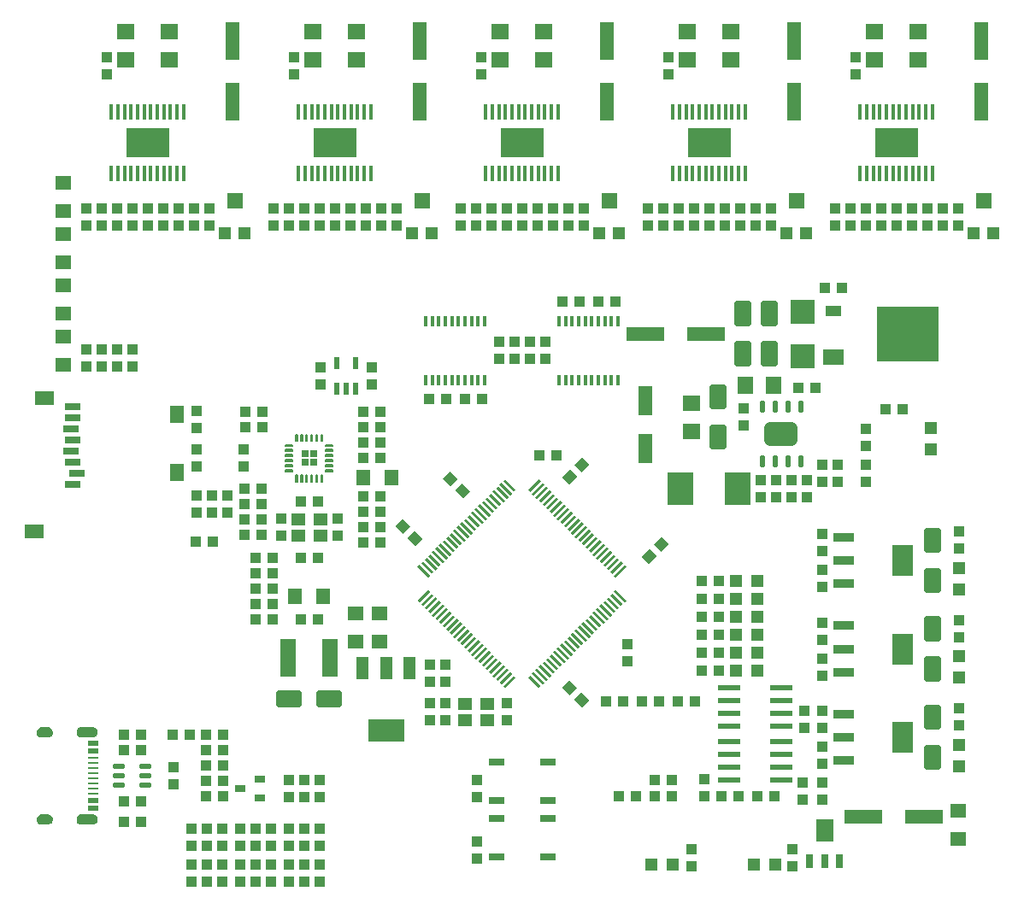
<source format=gbr>
G04 EAGLE Gerber RS-274X export*
G75*
%MOMM*%
%FSLAX34Y34*%
%LPD*%
%INGPT*%
%IPPOS*%
%AMOC8*
5,1,8,0,0,1.08239X$1,22.5*%
G01*
%ADD10R,2.095500X1.524000*%
%ADD11R,0.270000X1.500000*%
%ADD12R,1.500000X0.270000*%
%ADD13R,1.400000X1.200000*%
%ADD14R,1.000000X1.100000*%
%ADD15R,1.100000X1.000000*%
%ADD16R,1.600000X1.400000*%
%ADD17R,1.524000X0.762000*%
%ADD18R,1.200000X1.200000*%
%ADD19R,0.426000X1.650000*%
%ADD20R,4.320000X3.000000*%
%ADD21R,1.800000X1.600000*%
%ADD22R,0.304800X0.990600*%
%ADD23C,0.140000*%
%ADD24R,0.650000X0.650000*%
%ADD25R,1.400000X1.600000*%
%ADD26R,0.550000X1.200000*%
%ADD27R,1.219200X2.235200*%
%ADD28R,3.600000X2.200000*%
%ADD29R,3.800000X1.400000*%
%ADD30R,2.150000X0.950000*%
%ADD31R,2.150000X3.150000*%
%ADD32C,0.510000*%
%ADD33R,1.400000X3.800000*%
%ADD34R,1.400000X1.800000*%
%ADD35R,1.900000X1.400000*%
%ADD36R,1.500000X0.800000*%
%ADD37R,2.200000X0.600000*%
%ADD38R,0.800000X1.400000*%
%ADD39R,1.800000X2.200000*%
%ADD40R,6.200000X5.400000*%
%ADD41R,1.600000X1.000000*%
%ADD42R,2.400000X2.400000*%
%ADD43R,1.400000X3.000000*%
%ADD44R,1.000000X0.280000*%
%ADD45R,1.000000X0.560000*%
%ADD46C,0.363000*%
%ADD47R,1.016000X0.635000*%
%ADD48R,1.600000X1.500000*%
%ADD49R,1.500000X3.700000*%
%ADD50R,1.600000X1.800000*%
%ADD51C,0.250000*%
%ADD52C,1.200000*%
%ADD53R,2.500000X3.200000*%

G36*
X-424835Y-363206D02*
X-424835Y-363206D01*
X-424832Y-363209D01*
X-423737Y-363029D01*
X-423731Y-363023D01*
X-423726Y-363026D01*
X-422698Y-362607D01*
X-422694Y-362600D01*
X-422689Y-362602D01*
X-421780Y-361965D01*
X-421778Y-361957D01*
X-421772Y-361957D01*
X-421028Y-361134D01*
X-421027Y-361126D01*
X-421021Y-361125D01*
X-420479Y-360157D01*
X-420480Y-360148D01*
X-420474Y-360146D01*
X-420161Y-359082D01*
X-420164Y-359074D01*
X-420159Y-359071D01*
X-420091Y-357963D01*
X-420095Y-357957D01*
X-420091Y-357953D01*
X-420261Y-356845D01*
X-420267Y-356839D01*
X-420264Y-356834D01*
X-420676Y-355792D01*
X-420683Y-355788D01*
X-420681Y-355783D01*
X-421315Y-354858D01*
X-421323Y-354856D01*
X-421322Y-354850D01*
X-422146Y-354090D01*
X-422154Y-354089D01*
X-422154Y-354083D01*
X-423126Y-353526D01*
X-423134Y-353527D01*
X-423136Y-353521D01*
X-424208Y-353194D01*
X-424216Y-353197D01*
X-424219Y-353192D01*
X-425336Y-353111D01*
X-425339Y-353112D01*
X-425340Y-353111D01*
X-437340Y-353111D01*
X-437343Y-353113D01*
X-437350Y-353113D01*
X-437351Y-353112D01*
X-438295Y-353331D01*
X-438301Y-353337D01*
X-438306Y-353335D01*
X-439178Y-353759D01*
X-439181Y-353766D01*
X-439187Y-353764D01*
X-439943Y-354371D01*
X-439945Y-354379D01*
X-439951Y-354379D01*
X-440552Y-355139D01*
X-440552Y-355148D01*
X-440558Y-355149D01*
X-440976Y-356024D01*
X-440974Y-356032D01*
X-440979Y-356034D01*
X-441192Y-356980D01*
X-441188Y-356987D01*
X-441193Y-356991D01*
X-441189Y-357960D01*
X-441189Y-357961D01*
X-441170Y-359029D01*
X-441165Y-359036D01*
X-441169Y-359040D01*
X-440913Y-360077D01*
X-440906Y-360082D01*
X-440909Y-360088D01*
X-440428Y-361042D01*
X-440421Y-361046D01*
X-440422Y-361051D01*
X-439741Y-361875D01*
X-439733Y-361876D01*
X-439733Y-361882D01*
X-438886Y-362533D01*
X-438878Y-362533D01*
X-438877Y-362539D01*
X-437906Y-362986D01*
X-437898Y-362984D01*
X-437896Y-362989D01*
X-436850Y-363208D01*
X-436843Y-363205D01*
X-436840Y-363209D01*
X-424840Y-363209D01*
X-424835Y-363206D01*
G37*
G36*
X-424835Y-276805D02*
X-424835Y-276805D01*
X-424832Y-276809D01*
X-423726Y-276616D01*
X-423721Y-276611D01*
X-423721Y-276610D01*
X-423716Y-276613D01*
X-422681Y-276180D01*
X-422677Y-276173D01*
X-422672Y-276175D01*
X-421759Y-275522D01*
X-421757Y-275514D01*
X-421751Y-275515D01*
X-421007Y-274676D01*
X-421006Y-274667D01*
X-421001Y-274667D01*
X-420462Y-273683D01*
X-420463Y-273675D01*
X-420462Y-273674D01*
X-420458Y-273673D01*
X-420457Y-273671D01*
X-420275Y-273030D01*
X-420151Y-272594D01*
X-420153Y-272589D01*
X-420151Y-272587D01*
X-420153Y-272585D01*
X-420149Y-272583D01*
X-420091Y-271463D01*
X-420094Y-271458D01*
X-420091Y-271455D01*
X-420209Y-270409D01*
X-420215Y-270403D01*
X-420211Y-270398D01*
X-420559Y-269404D01*
X-420566Y-269400D01*
X-420564Y-269395D01*
X-421124Y-268503D01*
X-421131Y-268501D01*
X-421131Y-268495D01*
X-421875Y-267751D01*
X-421883Y-267749D01*
X-421883Y-267744D01*
X-422775Y-267184D01*
X-422783Y-267184D01*
X-422784Y-267179D01*
X-423778Y-266831D01*
X-423786Y-266834D01*
X-423789Y-266829D01*
X-424835Y-266711D01*
X-424838Y-266713D01*
X-424840Y-266711D01*
X-436840Y-266711D01*
X-436843Y-266713D01*
X-436846Y-266713D01*
X-436848Y-266711D01*
X-437844Y-266869D01*
X-437850Y-266875D01*
X-437855Y-266872D01*
X-438791Y-267247D01*
X-438795Y-267254D01*
X-438801Y-267252D01*
X-439630Y-267826D01*
X-439633Y-267834D01*
X-439638Y-267833D01*
X-440319Y-268577D01*
X-440320Y-268586D01*
X-440326Y-268586D01*
X-440824Y-269463D01*
X-440823Y-269472D01*
X-440828Y-269474D01*
X-441016Y-270098D01*
X-441119Y-270439D01*
X-441118Y-270442D01*
X-441119Y-270443D01*
X-441116Y-270447D01*
X-441121Y-270450D01*
X-441189Y-271457D01*
X-441188Y-271459D01*
X-441189Y-271460D01*
X-441180Y-272541D01*
X-441175Y-272548D01*
X-441179Y-272552D01*
X-440930Y-273604D01*
X-440923Y-273609D01*
X-440926Y-273614D01*
X-440449Y-274584D01*
X-440441Y-274587D01*
X-440443Y-274593D01*
X-439762Y-275432D01*
X-439754Y-275434D01*
X-439754Y-275440D01*
X-438904Y-276106D01*
X-438895Y-276107D01*
X-438894Y-276112D01*
X-437917Y-276573D01*
X-437909Y-276571D01*
X-437906Y-276577D01*
X-436851Y-276808D01*
X-436843Y-276805D01*
X-436840Y-276809D01*
X-424840Y-276809D01*
X-424835Y-276805D01*
G37*
G36*
X-469636Y-363206D02*
X-469636Y-363206D01*
X-469634Y-363209D01*
X-468501Y-363059D01*
X-468495Y-363053D01*
X-468490Y-363056D01*
X-467420Y-362658D01*
X-467416Y-362651D01*
X-467410Y-362653D01*
X-466455Y-362026D01*
X-466452Y-362018D01*
X-466447Y-362019D01*
X-465655Y-361196D01*
X-465654Y-361188D01*
X-465648Y-361187D01*
X-465059Y-360208D01*
X-465060Y-360200D01*
X-465055Y-360198D01*
X-464699Y-359113D01*
X-464702Y-359105D01*
X-464697Y-359102D01*
X-464591Y-357965D01*
X-464596Y-357956D01*
X-464592Y-357951D01*
X-464799Y-356814D01*
X-464805Y-356808D01*
X-464802Y-356803D01*
X-465257Y-355741D01*
X-465264Y-355737D01*
X-465262Y-355731D01*
X-465942Y-354796D01*
X-465950Y-354794D01*
X-465949Y-354788D01*
X-466820Y-354028D01*
X-466828Y-354028D01*
X-466829Y-354022D01*
X-467848Y-353475D01*
X-467856Y-353476D01*
X-467858Y-353471D01*
X-468972Y-353164D01*
X-468980Y-353167D01*
X-468983Y-353162D01*
X-470138Y-353111D01*
X-470139Y-353112D01*
X-470140Y-353111D01*
X-476140Y-353111D01*
X-476143Y-353113D01*
X-476148Y-353113D01*
X-476149Y-353112D01*
X-477230Y-353324D01*
X-477235Y-353330D01*
X-477240Y-353327D01*
X-478246Y-353774D01*
X-478250Y-353781D01*
X-478256Y-353779D01*
X-479137Y-354439D01*
X-479140Y-354447D01*
X-479145Y-354447D01*
X-479858Y-355286D01*
X-479858Y-355294D01*
X-479864Y-355295D01*
X-480372Y-356272D01*
X-480371Y-356280D01*
X-480376Y-356282D01*
X-480654Y-357347D01*
X-480651Y-357355D01*
X-480655Y-357358D01*
X-480689Y-358459D01*
X-480686Y-358464D01*
X-480689Y-358467D01*
X-480534Y-359543D01*
X-480528Y-359548D01*
X-480531Y-359553D01*
X-480141Y-360567D01*
X-480134Y-360571D01*
X-480136Y-360577D01*
X-479529Y-361479D01*
X-479521Y-361481D01*
X-479522Y-361487D01*
X-478730Y-362231D01*
X-478722Y-362232D01*
X-478722Y-362238D01*
X-477784Y-362787D01*
X-477776Y-362786D01*
X-477774Y-362792D01*
X-476738Y-363119D01*
X-476730Y-363116D01*
X-476727Y-363121D01*
X-475644Y-363209D01*
X-475641Y-363207D01*
X-475640Y-363209D01*
X-469640Y-363209D01*
X-469636Y-363206D01*
G37*
G36*
X-469637Y-276807D02*
X-469637Y-276807D01*
X-469636Y-276809D01*
X-468543Y-276708D01*
X-468537Y-276703D01*
X-468532Y-276706D01*
X-467489Y-276365D01*
X-467484Y-276358D01*
X-467479Y-276360D01*
X-466538Y-275796D01*
X-466535Y-275788D01*
X-466529Y-275789D01*
X-465737Y-275029D01*
X-465736Y-275021D01*
X-465730Y-275020D01*
X-465128Y-274103D01*
X-465128Y-274095D01*
X-465123Y-274093D01*
X-464739Y-273065D01*
X-464741Y-273057D01*
X-464736Y-273054D01*
X-464591Y-271967D01*
X-464595Y-271959D01*
X-464591Y-271955D01*
X-464697Y-270818D01*
X-464702Y-270812D01*
X-464699Y-270807D01*
X-465055Y-269722D01*
X-465062Y-269717D01*
X-465059Y-269712D01*
X-465648Y-268733D01*
X-465656Y-268730D01*
X-465655Y-268724D01*
X-466447Y-267901D01*
X-466455Y-267900D01*
X-466455Y-267894D01*
X-467410Y-267267D01*
X-467418Y-267268D01*
X-467420Y-267262D01*
X-468490Y-266864D01*
X-468498Y-266866D01*
X-468501Y-266861D01*
X-469634Y-266711D01*
X-469637Y-266713D01*
X-469638Y-266713D01*
X-469640Y-266711D01*
X-475640Y-266711D01*
X-475643Y-266713D01*
X-475645Y-266713D01*
X-475646Y-266711D01*
X-476779Y-266861D01*
X-476785Y-266867D01*
X-476790Y-266864D01*
X-477860Y-267262D01*
X-477864Y-267269D01*
X-477870Y-267267D01*
X-478825Y-267894D01*
X-478828Y-267902D01*
X-478833Y-267901D01*
X-479625Y-268724D01*
X-479626Y-268732D01*
X-479632Y-268733D01*
X-480221Y-269712D01*
X-480220Y-269720D01*
X-480225Y-269722D01*
X-480581Y-270807D01*
X-480579Y-270815D01*
X-480583Y-270818D01*
X-480689Y-271955D01*
X-480685Y-271962D01*
X-480689Y-271967D01*
X-480544Y-273054D01*
X-480538Y-273060D01*
X-480541Y-273065D01*
X-480158Y-274093D01*
X-480151Y-274098D01*
X-480153Y-274103D01*
X-479550Y-275020D01*
X-479542Y-275023D01*
X-479543Y-275029D01*
X-478751Y-275789D01*
X-478743Y-275790D01*
X-478742Y-275796D01*
X-477801Y-276360D01*
X-477793Y-276359D01*
X-477791Y-276365D01*
X-476748Y-276706D01*
X-476740Y-276704D01*
X-476737Y-276708D01*
X-475645Y-276809D01*
X-475642Y-276807D01*
X-475640Y-276809D01*
X-469640Y-276809D01*
X-469637Y-276807D01*
G37*
D10*
X308928Y100330D03*
D11*
G36*
X8026Y-33490D02*
X6117Y-31581D01*
X16722Y-20976D01*
X18631Y-22885D01*
X8026Y-33490D01*
G37*
G36*
X11562Y-37025D02*
X9653Y-35116D01*
X20258Y-24511D01*
X22167Y-26420D01*
X11562Y-37025D01*
G37*
G36*
X15097Y-40561D02*
X13188Y-38652D01*
X23793Y-28047D01*
X25702Y-29956D01*
X15097Y-40561D01*
G37*
G36*
X18633Y-44096D02*
X16724Y-42187D01*
X27329Y-31582D01*
X29238Y-33491D01*
X18633Y-44096D01*
G37*
G36*
X22169Y-47632D02*
X20260Y-45723D01*
X30865Y-35118D01*
X32774Y-37027D01*
X22169Y-47632D01*
G37*
G36*
X25704Y-51167D02*
X23795Y-49258D01*
X34400Y-38653D01*
X36309Y-40562D01*
X25704Y-51167D01*
G37*
G36*
X29240Y-54703D02*
X27331Y-52794D01*
X37936Y-42189D01*
X39845Y-44098D01*
X29240Y-54703D01*
G37*
G36*
X32775Y-58239D02*
X30866Y-56330D01*
X41471Y-45725D01*
X43380Y-47634D01*
X32775Y-58239D01*
G37*
G36*
X36311Y-61774D02*
X34402Y-59865D01*
X45007Y-49260D01*
X46916Y-51169D01*
X36311Y-61774D01*
G37*
G36*
X39846Y-65310D02*
X37937Y-63401D01*
X48542Y-52796D01*
X50451Y-54705D01*
X39846Y-65310D01*
G37*
G36*
X43382Y-68845D02*
X41473Y-66936D01*
X52078Y-56331D01*
X53987Y-58240D01*
X43382Y-68845D01*
G37*
G36*
X46917Y-72381D02*
X45008Y-70472D01*
X55613Y-59867D01*
X57522Y-61776D01*
X46917Y-72381D01*
G37*
G36*
X50453Y-75916D02*
X48544Y-74007D01*
X59149Y-63402D01*
X61058Y-65311D01*
X50453Y-75916D01*
G37*
G36*
X53988Y-79452D02*
X52079Y-77543D01*
X62684Y-66938D01*
X64593Y-68847D01*
X53988Y-79452D01*
G37*
G36*
X57524Y-82987D02*
X55615Y-81078D01*
X66220Y-70473D01*
X68129Y-72382D01*
X57524Y-82987D01*
G37*
G36*
X61059Y-86523D02*
X59150Y-84614D01*
X69755Y-74009D01*
X71664Y-75918D01*
X61059Y-86523D01*
G37*
G36*
X64595Y-90058D02*
X62686Y-88149D01*
X73291Y-77544D01*
X75200Y-79453D01*
X64595Y-90058D01*
G37*
G36*
X68130Y-93594D02*
X66221Y-91685D01*
X76826Y-81080D01*
X78735Y-82989D01*
X68130Y-93594D01*
G37*
G36*
X71666Y-97129D02*
X69757Y-95220D01*
X80362Y-84615D01*
X82271Y-86524D01*
X71666Y-97129D01*
G37*
G36*
X75202Y-100665D02*
X73293Y-98756D01*
X83898Y-88151D01*
X85807Y-90060D01*
X75202Y-100665D01*
G37*
G36*
X78737Y-104200D02*
X76828Y-102291D01*
X87433Y-91686D01*
X89342Y-93595D01*
X78737Y-104200D01*
G37*
G36*
X82273Y-107736D02*
X80364Y-105827D01*
X90969Y-95222D01*
X92878Y-97131D01*
X82273Y-107736D01*
G37*
G36*
X85808Y-111272D02*
X83899Y-109363D01*
X94504Y-98758D01*
X96413Y-100667D01*
X85808Y-111272D01*
G37*
G36*
X89344Y-114807D02*
X87435Y-112898D01*
X98040Y-102293D01*
X99949Y-104202D01*
X89344Y-114807D01*
G37*
G36*
X92879Y-118343D02*
X90970Y-116434D01*
X101575Y-105829D01*
X103484Y-107738D01*
X92879Y-118343D01*
G37*
G36*
X-101575Y-143091D02*
X-103484Y-141182D01*
X-92879Y-130577D01*
X-90970Y-132486D01*
X-101575Y-143091D01*
G37*
G36*
X-98040Y-146627D02*
X-99949Y-144718D01*
X-89344Y-134113D01*
X-87435Y-136022D01*
X-98040Y-146627D01*
G37*
G36*
X-94504Y-150162D02*
X-96413Y-148253D01*
X-85808Y-137648D01*
X-83899Y-139557D01*
X-94504Y-150162D01*
G37*
G36*
X-90969Y-153698D02*
X-92878Y-151789D01*
X-82273Y-141184D01*
X-80364Y-143093D01*
X-90969Y-153698D01*
G37*
G36*
X-87433Y-157234D02*
X-89342Y-155325D01*
X-78737Y-144720D01*
X-76828Y-146629D01*
X-87433Y-157234D01*
G37*
G36*
X-83898Y-160769D02*
X-85807Y-158860D01*
X-75202Y-148255D01*
X-73293Y-150164D01*
X-83898Y-160769D01*
G37*
G36*
X-80362Y-164305D02*
X-82271Y-162396D01*
X-71666Y-151791D01*
X-69757Y-153700D01*
X-80362Y-164305D01*
G37*
G36*
X-76826Y-167840D02*
X-78735Y-165931D01*
X-68130Y-155326D01*
X-66221Y-157235D01*
X-76826Y-167840D01*
G37*
G36*
X-73291Y-171376D02*
X-75200Y-169467D01*
X-64595Y-158862D01*
X-62686Y-160771D01*
X-73291Y-171376D01*
G37*
G36*
X-69755Y-174911D02*
X-71664Y-173002D01*
X-61059Y-162397D01*
X-59150Y-164306D01*
X-69755Y-174911D01*
G37*
G36*
X-66220Y-178447D02*
X-68129Y-176538D01*
X-57524Y-165933D01*
X-55615Y-167842D01*
X-66220Y-178447D01*
G37*
G36*
X-62684Y-181982D02*
X-64593Y-180073D01*
X-53988Y-169468D01*
X-52079Y-171377D01*
X-62684Y-181982D01*
G37*
G36*
X-59149Y-185518D02*
X-61058Y-183609D01*
X-50453Y-173004D01*
X-48544Y-174913D01*
X-59149Y-185518D01*
G37*
G36*
X-55613Y-189053D02*
X-57522Y-187144D01*
X-46917Y-176539D01*
X-45008Y-178448D01*
X-55613Y-189053D01*
G37*
G36*
X-52078Y-192589D02*
X-53987Y-190680D01*
X-43382Y-180075D01*
X-41473Y-181984D01*
X-52078Y-192589D01*
G37*
G36*
X-48542Y-196124D02*
X-50451Y-194215D01*
X-39846Y-183610D01*
X-37937Y-185519D01*
X-48542Y-196124D01*
G37*
G36*
X-45007Y-199660D02*
X-46916Y-197751D01*
X-36311Y-187146D01*
X-34402Y-189055D01*
X-45007Y-199660D01*
G37*
G36*
X-41471Y-203195D02*
X-43380Y-201286D01*
X-32775Y-190681D01*
X-30866Y-192590D01*
X-41471Y-203195D01*
G37*
G36*
X-37936Y-206731D02*
X-39845Y-204822D01*
X-29240Y-194217D01*
X-27331Y-196126D01*
X-37936Y-206731D01*
G37*
G36*
X-34400Y-210267D02*
X-36309Y-208358D01*
X-25704Y-197753D01*
X-23795Y-199662D01*
X-34400Y-210267D01*
G37*
G36*
X-30865Y-213802D02*
X-32774Y-211893D01*
X-22169Y-201288D01*
X-20260Y-203197D01*
X-30865Y-213802D01*
G37*
G36*
X-27329Y-217338D02*
X-29238Y-215429D01*
X-18633Y-204824D01*
X-16724Y-206733D01*
X-27329Y-217338D01*
G37*
G36*
X-23793Y-220873D02*
X-25702Y-218964D01*
X-15097Y-208359D01*
X-13188Y-210268D01*
X-23793Y-220873D01*
G37*
G36*
X-20258Y-224409D02*
X-22167Y-222500D01*
X-11562Y-211895D01*
X-9653Y-213804D01*
X-20258Y-224409D01*
G37*
G36*
X-16722Y-227944D02*
X-18631Y-226035D01*
X-8026Y-215430D01*
X-6117Y-217339D01*
X-16722Y-227944D01*
G37*
D12*
G36*
X16722Y-227944D02*
X6117Y-217339D01*
X8026Y-215430D01*
X18631Y-226035D01*
X16722Y-227944D01*
G37*
G36*
X20258Y-224409D02*
X9653Y-213804D01*
X11562Y-211895D01*
X22167Y-222500D01*
X20258Y-224409D01*
G37*
G36*
X23793Y-220873D02*
X13188Y-210268D01*
X15097Y-208359D01*
X25702Y-218964D01*
X23793Y-220873D01*
G37*
G36*
X27329Y-217338D02*
X16724Y-206733D01*
X18633Y-204824D01*
X29238Y-215429D01*
X27329Y-217338D01*
G37*
G36*
X30865Y-213802D02*
X20260Y-203197D01*
X22169Y-201288D01*
X32774Y-211893D01*
X30865Y-213802D01*
G37*
G36*
X34400Y-210267D02*
X23795Y-199662D01*
X25704Y-197753D01*
X36309Y-208358D01*
X34400Y-210267D01*
G37*
G36*
X37936Y-206731D02*
X27331Y-196126D01*
X29240Y-194217D01*
X39845Y-204822D01*
X37936Y-206731D01*
G37*
G36*
X41471Y-203195D02*
X30866Y-192590D01*
X32775Y-190681D01*
X43380Y-201286D01*
X41471Y-203195D01*
G37*
G36*
X45007Y-199660D02*
X34402Y-189055D01*
X36311Y-187146D01*
X46916Y-197751D01*
X45007Y-199660D01*
G37*
G36*
X48542Y-196124D02*
X37937Y-185519D01*
X39846Y-183610D01*
X50451Y-194215D01*
X48542Y-196124D01*
G37*
G36*
X52078Y-192589D02*
X41473Y-181984D01*
X43382Y-180075D01*
X53987Y-190680D01*
X52078Y-192589D01*
G37*
G36*
X55613Y-189053D02*
X45008Y-178448D01*
X46917Y-176539D01*
X57522Y-187144D01*
X55613Y-189053D01*
G37*
G36*
X59149Y-185518D02*
X48544Y-174913D01*
X50453Y-173004D01*
X61058Y-183609D01*
X59149Y-185518D01*
G37*
G36*
X62684Y-181982D02*
X52079Y-171377D01*
X53988Y-169468D01*
X64593Y-180073D01*
X62684Y-181982D01*
G37*
G36*
X66220Y-178447D02*
X55615Y-167842D01*
X57524Y-165933D01*
X68129Y-176538D01*
X66220Y-178447D01*
G37*
G36*
X69755Y-174911D02*
X59150Y-164306D01*
X61059Y-162397D01*
X71664Y-173002D01*
X69755Y-174911D01*
G37*
G36*
X73291Y-171376D02*
X62686Y-160771D01*
X64595Y-158862D01*
X75200Y-169467D01*
X73291Y-171376D01*
G37*
G36*
X76826Y-167840D02*
X66221Y-157235D01*
X68130Y-155326D01*
X78735Y-165931D01*
X76826Y-167840D01*
G37*
G36*
X80362Y-164305D02*
X69757Y-153700D01*
X71666Y-151791D01*
X82271Y-162396D01*
X80362Y-164305D01*
G37*
G36*
X83898Y-160769D02*
X73293Y-150164D01*
X75202Y-148255D01*
X85807Y-158860D01*
X83898Y-160769D01*
G37*
G36*
X87433Y-157234D02*
X76828Y-146629D01*
X78737Y-144720D01*
X89342Y-155325D01*
X87433Y-157234D01*
G37*
G36*
X90969Y-153698D02*
X80364Y-143093D01*
X82273Y-141184D01*
X92878Y-151789D01*
X90969Y-153698D01*
G37*
G36*
X94504Y-150162D02*
X83899Y-139557D01*
X85808Y-137648D01*
X96413Y-148253D01*
X94504Y-150162D01*
G37*
G36*
X98040Y-146627D02*
X87435Y-136022D01*
X89344Y-134113D01*
X99949Y-144718D01*
X98040Y-146627D01*
G37*
G36*
X101575Y-143091D02*
X90970Y-132486D01*
X92879Y-130577D01*
X103484Y-141182D01*
X101575Y-143091D01*
G37*
G36*
X-8026Y-33490D02*
X-18631Y-22885D01*
X-16722Y-20976D01*
X-6117Y-31581D01*
X-8026Y-33490D01*
G37*
G36*
X-11562Y-37025D02*
X-22167Y-26420D01*
X-20258Y-24511D01*
X-9653Y-35116D01*
X-11562Y-37025D01*
G37*
G36*
X-15097Y-40561D02*
X-25702Y-29956D01*
X-23793Y-28047D01*
X-13188Y-38652D01*
X-15097Y-40561D01*
G37*
G36*
X-18633Y-44096D02*
X-29238Y-33491D01*
X-27329Y-31582D01*
X-16724Y-42187D01*
X-18633Y-44096D01*
G37*
G36*
X-22169Y-47632D02*
X-32774Y-37027D01*
X-30865Y-35118D01*
X-20260Y-45723D01*
X-22169Y-47632D01*
G37*
G36*
X-25704Y-51167D02*
X-36309Y-40562D01*
X-34400Y-38653D01*
X-23795Y-49258D01*
X-25704Y-51167D01*
G37*
G36*
X-29240Y-54703D02*
X-39845Y-44098D01*
X-37936Y-42189D01*
X-27331Y-52794D01*
X-29240Y-54703D01*
G37*
G36*
X-32775Y-58239D02*
X-43380Y-47634D01*
X-41471Y-45725D01*
X-30866Y-56330D01*
X-32775Y-58239D01*
G37*
G36*
X-36311Y-61774D02*
X-46916Y-51169D01*
X-45007Y-49260D01*
X-34402Y-59865D01*
X-36311Y-61774D01*
G37*
G36*
X-39846Y-65310D02*
X-50451Y-54705D01*
X-48542Y-52796D01*
X-37937Y-63401D01*
X-39846Y-65310D01*
G37*
G36*
X-43382Y-68845D02*
X-53987Y-58240D01*
X-52078Y-56331D01*
X-41473Y-66936D01*
X-43382Y-68845D01*
G37*
G36*
X-46917Y-72381D02*
X-57522Y-61776D01*
X-55613Y-59867D01*
X-45008Y-70472D01*
X-46917Y-72381D01*
G37*
G36*
X-50453Y-75916D02*
X-61058Y-65311D01*
X-59149Y-63402D01*
X-48544Y-74007D01*
X-50453Y-75916D01*
G37*
G36*
X-53988Y-79452D02*
X-64593Y-68847D01*
X-62684Y-66938D01*
X-52079Y-77543D01*
X-53988Y-79452D01*
G37*
G36*
X-57524Y-82987D02*
X-68129Y-72382D01*
X-66220Y-70473D01*
X-55615Y-81078D01*
X-57524Y-82987D01*
G37*
G36*
X-61059Y-86523D02*
X-71664Y-75918D01*
X-69755Y-74009D01*
X-59150Y-84614D01*
X-61059Y-86523D01*
G37*
G36*
X-64595Y-90058D02*
X-75200Y-79453D01*
X-73291Y-77544D01*
X-62686Y-88149D01*
X-64595Y-90058D01*
G37*
G36*
X-68130Y-93594D02*
X-78735Y-82989D01*
X-76826Y-81080D01*
X-66221Y-91685D01*
X-68130Y-93594D01*
G37*
G36*
X-71666Y-97129D02*
X-82271Y-86524D01*
X-80362Y-84615D01*
X-69757Y-95220D01*
X-71666Y-97129D01*
G37*
G36*
X-75202Y-100665D02*
X-85807Y-90060D01*
X-83898Y-88151D01*
X-73293Y-98756D01*
X-75202Y-100665D01*
G37*
G36*
X-78737Y-104200D02*
X-89342Y-93595D01*
X-87433Y-91686D01*
X-76828Y-102291D01*
X-78737Y-104200D01*
G37*
G36*
X-82273Y-107736D02*
X-92878Y-97131D01*
X-90969Y-95222D01*
X-80364Y-105827D01*
X-82273Y-107736D01*
G37*
G36*
X-85808Y-111272D02*
X-96413Y-100667D01*
X-94504Y-98758D01*
X-83899Y-109363D01*
X-85808Y-111272D01*
G37*
G36*
X-89344Y-114807D02*
X-99949Y-104202D01*
X-98040Y-102293D01*
X-87435Y-112898D01*
X-89344Y-114807D01*
G37*
G36*
X-92879Y-118343D02*
X-103484Y-107738D01*
X-101575Y-105829D01*
X-90970Y-116434D01*
X-92879Y-118343D01*
G37*
D13*
X-34720Y-259460D03*
X-56720Y-259460D03*
X-34720Y-243460D03*
X-56720Y-243460D03*
D14*
X-76200Y-259960D03*
X-76200Y-242960D03*
X-15240Y-242960D03*
X-15240Y-259960D03*
D15*
G36*
X130666Y-85783D02*
X138443Y-78006D01*
X145514Y-85077D01*
X137737Y-92854D01*
X130666Y-85783D01*
G37*
G36*
X118646Y-97803D02*
X126423Y-90026D01*
X133494Y-97097D01*
X125717Y-104874D01*
X118646Y-97803D01*
G37*
D14*
X104140Y-201540D03*
X104140Y-184540D03*
D15*
G36*
X58997Y-232266D02*
X66774Y-240043D01*
X59703Y-247114D01*
X51926Y-239337D01*
X58997Y-232266D01*
G37*
G36*
X46977Y-220246D02*
X54754Y-228023D01*
X47683Y-235094D01*
X39906Y-227317D01*
X46977Y-220246D01*
G37*
G36*
X-117417Y-75074D02*
X-125194Y-67297D01*
X-118123Y-60226D01*
X-110346Y-68003D01*
X-117417Y-75074D01*
G37*
G36*
X-105397Y-87094D02*
X-113174Y-79317D01*
X-106103Y-72246D01*
X-98326Y-80023D01*
X-105397Y-87094D01*
G37*
G36*
X-70427Y-28084D02*
X-78204Y-20307D01*
X-71133Y-13236D01*
X-63356Y-21013D01*
X-70427Y-28084D01*
G37*
G36*
X-58407Y-40104D02*
X-66184Y-32327D01*
X-59113Y-25256D01*
X-51336Y-33033D01*
X-58407Y-40104D01*
G37*
D14*
X-91440Y-259960D03*
X-91440Y-242960D03*
D16*
X-140970Y-153640D03*
X-140970Y-181640D03*
D14*
X-76200Y-204860D03*
X-76200Y-221860D03*
X-44450Y-397120D03*
X-44450Y-380120D03*
D15*
X-313300Y-304800D03*
X-296300Y-304800D03*
X-313300Y-289560D03*
X-296300Y-289560D03*
X-313300Y-274320D03*
X-296300Y-274320D03*
X-296300Y-320040D03*
X-313300Y-320040D03*
D14*
X-292100Y-37220D03*
X-292100Y-54220D03*
X-44450Y-319160D03*
X-44450Y-336160D03*
D15*
X82940Y-241300D03*
X99940Y-241300D03*
X118500Y-241300D03*
X135500Y-241300D03*
D17*
X-25400Y-356870D03*
X25400Y-356870D03*
X-25400Y-394970D03*
X25400Y-394970D03*
D18*
X232750Y-210820D03*
X211750Y-210820D03*
X232750Y-193040D03*
X211750Y-193040D03*
X232750Y-175260D03*
X211750Y-175260D03*
X232750Y-157480D03*
X211750Y-157480D03*
D15*
X195190Y-210820D03*
X178190Y-210820D03*
X195190Y-193040D03*
X178190Y-193040D03*
X195190Y-175260D03*
X178190Y-175260D03*
X195190Y-157480D03*
X178190Y-157480D03*
D14*
X-200660Y-336160D03*
X-200660Y-319160D03*
X-215900Y-319160D03*
X-215900Y-336160D03*
X-322580Y-54220D03*
X-322580Y-37220D03*
X-322580Y29600D03*
X-322580Y46600D03*
X-307340Y-54220D03*
X-307340Y-37220D03*
D17*
X25400Y-339090D03*
X-25400Y-339090D03*
X25400Y-300990D03*
X-25400Y-300990D03*
D15*
G36*
X51926Y-7043D02*
X59703Y734D01*
X66774Y-6337D01*
X58997Y-14114D01*
X51926Y-7043D01*
G37*
G36*
X39906Y-19063D02*
X47683Y-11286D01*
X54754Y-18357D01*
X46977Y-26134D01*
X39906Y-19063D01*
G37*
D16*
X-454660Y273080D03*
X-454660Y245080D03*
X-454660Y222280D03*
X-454660Y194280D03*
X-454660Y171480D03*
X-454660Y143480D03*
D15*
X-39760Y58420D03*
X-56760Y58420D03*
X-92320Y58420D03*
X-75320Y58420D03*
D19*
X-406590Y342920D03*
X-400090Y342920D03*
X-393590Y342920D03*
X-387090Y342920D03*
X-380590Y342920D03*
X-374090Y342920D03*
X-367590Y342920D03*
X-361090Y342920D03*
X-354590Y342920D03*
X-348090Y342920D03*
X-341590Y342920D03*
X-335090Y342920D03*
X-406590Y281920D03*
X-400090Y281920D03*
X-393590Y281920D03*
X-387090Y281920D03*
X-380590Y281920D03*
X-374090Y281920D03*
X-367590Y281920D03*
X-361090Y281920D03*
X-354590Y281920D03*
X-348090Y281920D03*
X-341590Y281920D03*
X-335090Y281920D03*
D20*
X-370840Y312420D03*
D14*
X-431800Y247260D03*
X-431800Y230260D03*
X-416560Y230260D03*
X-416560Y247260D03*
X-325120Y247260D03*
X-325120Y230260D03*
X-370840Y247260D03*
X-370840Y230260D03*
X-401320Y230260D03*
X-401320Y247260D03*
X-340360Y247260D03*
X-340360Y230260D03*
D21*
X-349250Y422940D03*
X-349250Y394940D03*
X-392430Y422940D03*
X-392430Y394940D03*
D19*
X-221170Y342920D03*
X-214670Y342920D03*
X-208170Y342920D03*
X-201670Y342920D03*
X-195170Y342920D03*
X-188670Y342920D03*
X-182170Y342920D03*
X-175670Y342920D03*
X-169170Y342920D03*
X-162670Y342920D03*
X-156170Y342920D03*
X-149670Y342920D03*
X-221170Y281920D03*
X-214670Y281920D03*
X-208170Y281920D03*
X-201670Y281920D03*
X-195170Y281920D03*
X-188670Y281920D03*
X-182170Y281920D03*
X-175670Y281920D03*
X-169170Y281920D03*
X-162670Y281920D03*
X-156170Y281920D03*
X-149670Y281920D03*
D20*
X-185420Y312420D03*
D14*
X-246380Y247260D03*
X-246380Y230260D03*
X-231140Y230260D03*
X-231140Y247260D03*
X-139700Y247260D03*
X-139700Y230260D03*
X-185420Y247260D03*
X-185420Y230260D03*
X-215900Y230260D03*
X-215900Y247260D03*
X-154940Y247260D03*
X-154940Y230260D03*
D21*
X-163830Y422940D03*
X-163830Y394940D03*
X-207010Y422940D03*
X-207010Y394940D03*
D19*
X-35750Y342920D03*
X-29250Y342920D03*
X-22750Y342920D03*
X-16250Y342920D03*
X-9750Y342920D03*
X-3250Y342920D03*
X3250Y342920D03*
X9750Y342920D03*
X16250Y342920D03*
X22750Y342920D03*
X29250Y342920D03*
X35750Y342920D03*
X-35750Y281920D03*
X-29250Y281920D03*
X-22750Y281920D03*
X-16250Y281920D03*
X-9750Y281920D03*
X-3250Y281920D03*
X3250Y281920D03*
X9750Y281920D03*
X16250Y281920D03*
X22750Y281920D03*
X29250Y281920D03*
X35750Y281920D03*
D20*
X0Y312420D03*
D14*
X-60960Y247260D03*
X-60960Y230260D03*
X-45720Y230260D03*
X-45720Y247260D03*
X45720Y247260D03*
X45720Y230260D03*
X0Y247260D03*
X0Y230260D03*
X-30480Y230260D03*
X-30480Y247260D03*
X30480Y247260D03*
X30480Y230260D03*
D21*
X21590Y422940D03*
X21590Y394940D03*
X-21590Y422940D03*
X-21590Y394940D03*
D19*
X149670Y342920D03*
X156170Y342920D03*
X162670Y342920D03*
X169170Y342920D03*
X175670Y342920D03*
X182170Y342920D03*
X188670Y342920D03*
X195170Y342920D03*
X201670Y342920D03*
X208170Y342920D03*
X214670Y342920D03*
X221170Y342920D03*
X149670Y281920D03*
X156170Y281920D03*
X162670Y281920D03*
X169170Y281920D03*
X175670Y281920D03*
X182170Y281920D03*
X188670Y281920D03*
X195170Y281920D03*
X201670Y281920D03*
X208170Y281920D03*
X214670Y281920D03*
X221170Y281920D03*
D20*
X185420Y312420D03*
D14*
X124460Y247260D03*
X124460Y230260D03*
X139700Y230260D03*
X139700Y247260D03*
X231140Y247260D03*
X231140Y230260D03*
X185420Y247260D03*
X185420Y230260D03*
X154940Y230260D03*
X154940Y247260D03*
X215900Y247260D03*
X215900Y230260D03*
D21*
X207010Y422940D03*
X207010Y394940D03*
X163830Y422940D03*
X163830Y394940D03*
D16*
X-454660Y120680D03*
X-454660Y92680D03*
D14*
X-22860Y115180D03*
X-22860Y98180D03*
X-355600Y230260D03*
X-355600Y247260D03*
X-170180Y247260D03*
X-170180Y230260D03*
X15240Y247260D03*
X15240Y230260D03*
X200660Y247260D03*
X200660Y230260D03*
D22*
X-36790Y135858D03*
X-43290Y135858D03*
X-49790Y135858D03*
X-56290Y135858D03*
X-62790Y135858D03*
X-69290Y135858D03*
X-75790Y135858D03*
X-82290Y135858D03*
X-88790Y135858D03*
X-95290Y135858D03*
X-95290Y77502D03*
X-88790Y77502D03*
X-82290Y77502D03*
X-75790Y77502D03*
X-69290Y77502D03*
X-62790Y77502D03*
X-56290Y77502D03*
X-49790Y77502D03*
X-43290Y77502D03*
X-36790Y77502D03*
D14*
X7620Y115180D03*
X7620Y98180D03*
X-7620Y115180D03*
X-7620Y98180D03*
X-411480Y380120D03*
X-411480Y397120D03*
X-226060Y380120D03*
X-226060Y397120D03*
X144780Y380120D03*
X144780Y397120D03*
X-40640Y380120D03*
X-40640Y397120D03*
X-386080Y247260D03*
X-386080Y230260D03*
X-200660Y247260D03*
X-200660Y230260D03*
X-15240Y247260D03*
X-15240Y230260D03*
X170180Y247260D03*
X170180Y230260D03*
D23*
X-224020Y-16700D02*
X-224020Y-23300D01*
X-224020Y-16700D02*
X-222620Y-16700D01*
X-222620Y-23300D01*
X-224020Y-23300D01*
X-224020Y-21970D02*
X-222620Y-21970D01*
X-222620Y-20640D02*
X-224020Y-20640D01*
X-224020Y-19310D02*
X-222620Y-19310D01*
X-222620Y-17980D02*
X-224020Y-17980D01*
X-219020Y-16700D02*
X-219020Y-23300D01*
X-219020Y-16700D02*
X-217620Y-16700D01*
X-217620Y-23300D01*
X-219020Y-23300D01*
X-219020Y-21970D02*
X-217620Y-21970D01*
X-217620Y-20640D02*
X-219020Y-20640D01*
X-219020Y-19310D02*
X-217620Y-19310D01*
X-217620Y-17980D02*
X-219020Y-17980D01*
X-214020Y-16700D02*
X-214020Y-23300D01*
X-214020Y-16700D02*
X-212620Y-16700D01*
X-212620Y-23300D01*
X-214020Y-23300D01*
X-214020Y-21970D02*
X-212620Y-21970D01*
X-212620Y-20640D02*
X-214020Y-20640D01*
X-214020Y-19310D02*
X-212620Y-19310D01*
X-212620Y-17980D02*
X-214020Y-17980D01*
X-209020Y-16700D02*
X-209020Y-23300D01*
X-209020Y-16700D02*
X-207620Y-16700D01*
X-207620Y-23300D01*
X-209020Y-23300D01*
X-209020Y-21970D02*
X-207620Y-21970D01*
X-207620Y-20640D02*
X-209020Y-20640D01*
X-209020Y-19310D02*
X-207620Y-19310D01*
X-207620Y-17980D02*
X-209020Y-17980D01*
X-204020Y-16700D02*
X-204020Y-23300D01*
X-204020Y-16700D02*
X-202620Y-16700D01*
X-202620Y-23300D01*
X-204020Y-23300D01*
X-204020Y-21970D02*
X-202620Y-21970D01*
X-202620Y-20640D02*
X-204020Y-20640D01*
X-204020Y-19310D02*
X-202620Y-19310D01*
X-202620Y-17980D02*
X-204020Y-17980D01*
X-199020Y-16700D02*
X-199020Y-23300D01*
X-199020Y-16700D02*
X-197620Y-16700D01*
X-197620Y-23300D01*
X-199020Y-23300D01*
X-199020Y-21970D02*
X-197620Y-21970D01*
X-197620Y-20640D02*
X-199020Y-20640D01*
X-199020Y-19310D02*
X-197620Y-19310D01*
X-197620Y-17980D02*
X-199020Y-17980D01*
X-194120Y-11800D02*
X-187520Y-11800D01*
X-187520Y-13200D01*
X-194120Y-13200D01*
X-194120Y-11800D01*
X-194120Y-11870D02*
X-187520Y-11870D01*
X-187520Y-6800D02*
X-194120Y-6800D01*
X-187520Y-6800D02*
X-187520Y-8200D01*
X-194120Y-8200D01*
X-194120Y-6800D01*
X-194120Y-6870D02*
X-187520Y-6870D01*
X-187520Y-1800D02*
X-194120Y-1800D01*
X-187520Y-1800D02*
X-187520Y-3200D01*
X-194120Y-3200D01*
X-194120Y-1800D01*
X-194120Y-1870D02*
X-187520Y-1870D01*
X-187520Y3200D02*
X-194120Y3200D01*
X-187520Y3200D02*
X-187520Y1800D01*
X-194120Y1800D01*
X-194120Y3200D01*
X-194120Y3130D02*
X-187520Y3130D01*
X-187520Y8200D02*
X-194120Y8200D01*
X-187520Y8200D02*
X-187520Y6800D01*
X-194120Y6800D01*
X-194120Y8200D01*
X-194120Y8130D02*
X-187520Y8130D01*
X-187520Y13200D02*
X-194120Y13200D01*
X-187520Y13200D02*
X-187520Y11800D01*
X-194120Y11800D01*
X-194120Y13200D01*
X-194120Y13130D02*
X-187520Y13130D01*
X-197620Y16700D02*
X-197620Y23300D01*
X-197620Y16700D02*
X-199020Y16700D01*
X-199020Y23300D01*
X-197620Y23300D01*
X-197620Y18030D02*
X-199020Y18030D01*
X-199020Y19360D02*
X-197620Y19360D01*
X-197620Y20690D02*
X-199020Y20690D01*
X-199020Y22020D02*
X-197620Y22020D01*
X-202620Y23300D02*
X-202620Y16700D01*
X-204020Y16700D01*
X-204020Y23300D01*
X-202620Y23300D01*
X-202620Y18030D02*
X-204020Y18030D01*
X-204020Y19360D02*
X-202620Y19360D01*
X-202620Y20690D02*
X-204020Y20690D01*
X-204020Y22020D02*
X-202620Y22020D01*
X-207620Y23300D02*
X-207620Y16700D01*
X-209020Y16700D01*
X-209020Y23300D01*
X-207620Y23300D01*
X-207620Y18030D02*
X-209020Y18030D01*
X-209020Y19360D02*
X-207620Y19360D01*
X-207620Y20690D02*
X-209020Y20690D01*
X-209020Y22020D02*
X-207620Y22020D01*
X-212620Y23300D02*
X-212620Y16700D01*
X-214020Y16700D01*
X-214020Y23300D01*
X-212620Y23300D01*
X-212620Y18030D02*
X-214020Y18030D01*
X-214020Y19360D02*
X-212620Y19360D01*
X-212620Y20690D02*
X-214020Y20690D01*
X-214020Y22020D02*
X-212620Y22020D01*
X-217620Y23300D02*
X-217620Y16700D01*
X-219020Y16700D01*
X-219020Y23300D01*
X-217620Y23300D01*
X-217620Y18030D02*
X-219020Y18030D01*
X-219020Y19360D02*
X-217620Y19360D01*
X-217620Y20690D02*
X-219020Y20690D01*
X-219020Y22020D02*
X-217620Y22020D01*
X-222620Y23300D02*
X-222620Y16700D01*
X-224020Y16700D01*
X-224020Y23300D01*
X-222620Y23300D01*
X-222620Y18030D02*
X-224020Y18030D01*
X-224020Y19360D02*
X-222620Y19360D01*
X-222620Y20690D02*
X-224020Y20690D01*
X-224020Y22020D02*
X-222620Y22020D01*
X-227520Y11800D02*
X-234120Y11800D01*
X-234120Y13200D01*
X-227520Y13200D01*
X-227520Y11800D01*
X-227520Y13130D02*
X-234120Y13130D01*
X-234120Y6800D02*
X-227520Y6800D01*
X-234120Y6800D02*
X-234120Y8200D01*
X-227520Y8200D01*
X-227520Y6800D01*
X-227520Y8130D02*
X-234120Y8130D01*
X-234120Y1800D02*
X-227520Y1800D01*
X-234120Y1800D02*
X-234120Y3200D01*
X-227520Y3200D01*
X-227520Y1800D01*
X-227520Y3130D02*
X-234120Y3130D01*
X-234120Y-3200D02*
X-227520Y-3200D01*
X-234120Y-3200D02*
X-234120Y-1800D01*
X-227520Y-1800D01*
X-227520Y-3200D01*
X-227520Y-1870D02*
X-234120Y-1870D01*
X-234120Y-8200D02*
X-227520Y-8200D01*
X-234120Y-8200D02*
X-234120Y-6800D01*
X-227520Y-6800D01*
X-227520Y-8200D01*
X-227520Y-6870D02*
X-234120Y-6870D01*
X-234120Y-13200D02*
X-227520Y-13200D01*
X-234120Y-13200D02*
X-234120Y-11800D01*
X-227520Y-11800D01*
X-227520Y-13200D01*
X-227520Y-11870D02*
X-234120Y-11870D01*
D24*
X-215070Y4250D03*
X-206570Y4250D03*
X-215070Y-4250D03*
X-206570Y-4250D03*
D15*
X-157090Y45720D03*
X-140090Y45720D03*
X-202320Y-43180D03*
X-219320Y-43180D03*
D14*
X-275590Y8500D03*
X-275590Y-8500D03*
D13*
X-221820Y-60580D03*
X-199820Y-60580D03*
X-221820Y-76580D03*
X-199820Y-76580D03*
D14*
X-182880Y-60080D03*
X-182880Y-77080D03*
X-238760Y-77080D03*
X-238760Y-60080D03*
D15*
X-346320Y-274320D03*
X-329320Y-274320D03*
X-377580Y-274320D03*
X-394580Y-274320D03*
X-323460Y-82550D03*
X-306460Y-82550D03*
X-273930Y45720D03*
X-256930Y45720D03*
D25*
X-196820Y-137160D03*
X-224820Y-137160D03*
D15*
X-258200Y-30480D03*
X-275200Y-30480D03*
X-256930Y30480D03*
X-273930Y30480D03*
D25*
X-129510Y-19050D03*
X-157510Y-19050D03*
D15*
X-157090Y0D03*
X-140090Y0D03*
X-157090Y-68580D03*
X-140090Y-68580D03*
X-219320Y-160020D03*
X-202320Y-160020D03*
X-219320Y-99060D03*
X-202320Y-99060D03*
X-275200Y-60960D03*
X-258200Y-60960D03*
X-258200Y-76200D03*
X-275200Y-76200D03*
X-263770Y-129540D03*
X-246770Y-129540D03*
X-263770Y-160020D03*
X-246770Y-160020D03*
D26*
X-183490Y68279D03*
X-173990Y68279D03*
X-164490Y68279D03*
X-164490Y94281D03*
X-183490Y94281D03*
D14*
X-148590Y89780D03*
X-148590Y72780D03*
X-199390Y89780D03*
X-199390Y72780D03*
D27*
X-111506Y-207772D03*
X-134620Y-207772D03*
X-157734Y-207772D03*
D28*
X-134620Y-269750D03*
D15*
X16900Y2540D03*
X33900Y2540D03*
D16*
X-165100Y-153640D03*
X-165100Y-181640D03*
D18*
X232750Y-139700D03*
X211750Y-139700D03*
D15*
X195190Y-139700D03*
X178190Y-139700D03*
D14*
X297180Y-250580D03*
X297180Y-267580D03*
X297180Y-162950D03*
X297180Y-179950D03*
X278130Y-321700D03*
X278130Y-338700D03*
D15*
X148200Y-335280D03*
X131200Y-335280D03*
D29*
X338300Y-355600D03*
X398300Y-355600D03*
D15*
X195190Y-121920D03*
X178190Y-121920D03*
D18*
X232750Y-121920D03*
X211750Y-121920D03*
D30*
X318980Y-253860D03*
X318980Y-276860D03*
X318980Y-299860D03*
D31*
X376980Y-276860D03*
D30*
X318980Y-166230D03*
X318980Y-189230D03*
X318980Y-212230D03*
D31*
X376980Y-189230D03*
D14*
X297180Y-286140D03*
X297180Y-303140D03*
X297180Y-198510D03*
X297180Y-215510D03*
X180340Y-334890D03*
X180340Y-317890D03*
D15*
X131200Y-318770D03*
X148200Y-318770D03*
D16*
X431800Y-349220D03*
X431800Y-377220D03*
D32*
X-200770Y-244710D02*
X-200770Y-232810D01*
X-180870Y-232810D01*
X-180870Y-244710D01*
X-200770Y-244710D01*
X-200770Y-239865D02*
X-180870Y-239865D01*
X-180870Y-235020D02*
X-200770Y-235020D01*
X-240770Y-232810D02*
X-240770Y-244710D01*
X-240770Y-232810D02*
X-220870Y-232810D01*
X-220870Y-244710D01*
X-240770Y-244710D01*
X-240770Y-239865D02*
X-220870Y-239865D01*
X-220870Y-235020D02*
X-240770Y-235020D01*
D29*
X122400Y123190D03*
X182400Y123190D03*
D14*
X433070Y-248040D03*
X433070Y-265040D03*
D18*
X433070Y-305140D03*
X433070Y-284140D03*
D14*
X433070Y-160410D03*
X433070Y-177410D03*
X267970Y-404740D03*
X267970Y-387740D03*
X167640Y-404740D03*
X167640Y-387740D03*
D18*
X433070Y-217510D03*
X433070Y-196510D03*
X229530Y-402590D03*
X250530Y-402590D03*
X127930Y-402590D03*
X148930Y-402590D03*
D33*
X-287020Y413540D03*
X-287020Y353540D03*
X-101600Y413540D03*
X-101600Y353540D03*
X83820Y413540D03*
X83820Y353540D03*
X454660Y413540D03*
X454660Y353540D03*
D34*
X-341820Y-14000D03*
X-341820Y43000D03*
D35*
X-473320Y59000D03*
X-483320Y-72500D03*
D36*
X-444820Y-25900D03*
X-440820Y-14900D03*
X-444820Y-3900D03*
X-446820Y7100D03*
X-444820Y18100D03*
X-446820Y29100D03*
X-444820Y40100D03*
X-444820Y51100D03*
D15*
X-313300Y-335280D03*
X-296300Y-335280D03*
X-157090Y15240D03*
X-140090Y15240D03*
X-157090Y-38100D03*
X-140090Y-38100D03*
X-157090Y-53340D03*
X-140090Y-53340D03*
X-157090Y30480D03*
X-140090Y30480D03*
X-258200Y-45720D03*
X-275200Y-45720D03*
X-246770Y-99060D03*
X-263770Y-99060D03*
X-246770Y-114300D03*
X-263770Y-114300D03*
X-246770Y-144780D03*
X-263770Y-144780D03*
D14*
X297180Y-338700D03*
X297180Y-321700D03*
D15*
X249800Y-335280D03*
X232800Y-335280D03*
D37*
X205140Y-293370D03*
X257140Y-293370D03*
X205140Y-280670D03*
X205140Y-306070D03*
X205140Y-318770D03*
X257140Y-280670D03*
X257140Y-306070D03*
X257140Y-318770D03*
D14*
X-322580Y-8500D03*
X-322580Y8500D03*
D38*
X299720Y-399530D03*
X314720Y-399530D03*
X284720Y-399530D03*
D39*
X299720Y-368730D03*
D15*
X39760Y154940D03*
X56760Y154940D03*
X92320Y154940D03*
X75320Y154940D03*
D14*
X22860Y115180D03*
X22860Y98180D03*
D22*
X36790Y77502D03*
X43290Y77502D03*
X49790Y77502D03*
X56290Y77502D03*
X62790Y77502D03*
X69290Y77502D03*
X75790Y77502D03*
X82290Y77502D03*
X88790Y77502D03*
X95290Y77502D03*
X95290Y135858D03*
X88790Y135858D03*
X82290Y135858D03*
X75790Y135858D03*
X69290Y135858D03*
X62790Y135858D03*
X56290Y135858D03*
X49790Y135858D03*
X43290Y135858D03*
X36790Y135858D03*
D19*
X335090Y342920D03*
X341590Y342920D03*
X348090Y342920D03*
X354590Y342920D03*
X361090Y342920D03*
X367590Y342920D03*
X374090Y342920D03*
X380590Y342920D03*
X387090Y342920D03*
X393590Y342920D03*
X400090Y342920D03*
X406590Y342920D03*
X335090Y281920D03*
X341590Y281920D03*
X348090Y281920D03*
X354590Y281920D03*
X361090Y281920D03*
X367590Y281920D03*
X374090Y281920D03*
X380590Y281920D03*
X387090Y281920D03*
X393590Y281920D03*
X400090Y281920D03*
X406590Y281920D03*
D20*
X370840Y312420D03*
D14*
X309880Y247260D03*
X309880Y230260D03*
X325120Y230260D03*
X325120Y247260D03*
X416560Y247260D03*
X416560Y230260D03*
X370840Y247260D03*
X370840Y230260D03*
X340360Y230260D03*
X340360Y247260D03*
X401320Y247260D03*
X401320Y230260D03*
D21*
X392430Y422940D03*
X392430Y394940D03*
X349250Y422940D03*
X349250Y394940D03*
D14*
X386080Y247260D03*
X386080Y230260D03*
X330200Y380120D03*
X330200Y397120D03*
X355600Y247260D03*
X355600Y230260D03*
D33*
X269240Y413540D03*
X269240Y353540D03*
D14*
X297180Y-75320D03*
X297180Y-92320D03*
D30*
X318980Y-78600D03*
X318980Y-101600D03*
X318980Y-124600D03*
D31*
X376980Y-101600D03*
D14*
X297180Y-110880D03*
X297180Y-127880D03*
X433070Y-72780D03*
X433070Y-89780D03*
D18*
X433070Y-129880D03*
X433070Y-108880D03*
D15*
X376800Y48260D03*
X359800Y48260D03*
D18*
X405130Y8550D03*
X405130Y29550D03*
D14*
X340360Y-6740D03*
X340360Y-23740D03*
D37*
X257140Y-252730D03*
X205140Y-252730D03*
X257140Y-265430D03*
X257140Y-240030D03*
X257140Y-227330D03*
X205140Y-265430D03*
X205140Y-240030D03*
X205140Y-227330D03*
D15*
X171060Y-241300D03*
X154060Y-241300D03*
D14*
X279400Y-267580D03*
X279400Y-250580D03*
X340360Y11820D03*
X340360Y28820D03*
D32*
X224390Y133240D02*
X212490Y133240D01*
X212490Y153140D01*
X224390Y153140D01*
X224390Y133240D01*
X224390Y138085D02*
X212490Y138085D01*
X212490Y142930D02*
X224390Y142930D01*
X224390Y147775D02*
X212490Y147775D01*
X212490Y152620D02*
X224390Y152620D01*
X224390Y93240D02*
X212490Y93240D01*
X212490Y113140D01*
X224390Y113140D01*
X224390Y93240D01*
X224390Y98085D02*
X212490Y98085D01*
X212490Y102930D02*
X224390Y102930D01*
X224390Y107775D02*
X212490Y107775D01*
X212490Y112620D02*
X224390Y112620D01*
D40*
X381870Y123190D03*
D41*
X308870Y145990D03*
X308870Y100390D03*
D15*
X300110Y168910D03*
X317110Y168910D03*
D42*
X278130Y101190D03*
X278130Y145190D03*
D15*
X214240Y-335280D03*
X197240Y-335280D03*
X112640Y-335280D03*
X95640Y-335280D03*
D14*
X-297180Y-384420D03*
X-297180Y-367420D03*
X-327660Y-402980D03*
X-327660Y-419980D03*
X-248920Y-384420D03*
X-248920Y-367420D03*
X-279400Y-419980D03*
X-279400Y-402980D03*
X-231140Y-419980D03*
X-231140Y-402980D03*
X-200660Y-384420D03*
X-200660Y-367420D03*
X-312420Y-367420D03*
X-312420Y-384420D03*
X-327660Y-367420D03*
X-327660Y-384420D03*
X-297180Y-419980D03*
X-297180Y-402980D03*
X-312420Y-419980D03*
X-312420Y-402980D03*
X-279400Y-367420D03*
X-279400Y-384420D03*
X-264160Y-367420D03*
X-264160Y-384420D03*
X-248920Y-419980D03*
X-248920Y-402980D03*
X-264160Y-419980D03*
X-264160Y-402980D03*
X-200660Y-419980D03*
X-200660Y-402980D03*
X-215900Y-419980D03*
X-215900Y-402980D03*
X-231140Y-367420D03*
X-231140Y-384420D03*
X-215900Y-367420D03*
X-215900Y-384420D03*
D43*
X121920Y9020D03*
X121920Y57020D03*
D32*
X400450Y-266810D02*
X412350Y-266810D01*
X400450Y-266810D02*
X400450Y-246910D01*
X412350Y-246910D01*
X412350Y-266810D01*
X412350Y-261965D02*
X400450Y-261965D01*
X400450Y-257120D02*
X412350Y-257120D01*
X412350Y-252275D02*
X400450Y-252275D01*
X400450Y-247430D02*
X412350Y-247430D01*
X412350Y-306810D02*
X400450Y-306810D01*
X400450Y-286910D01*
X412350Y-286910D01*
X412350Y-306810D01*
X412350Y-301965D02*
X400450Y-301965D01*
X400450Y-297120D02*
X412350Y-297120D01*
X412350Y-292275D02*
X400450Y-292275D01*
X400450Y-287430D02*
X412350Y-287430D01*
X412350Y-179180D02*
X400450Y-179180D01*
X400450Y-159280D01*
X412350Y-159280D01*
X412350Y-179180D01*
X412350Y-174335D02*
X400450Y-174335D01*
X400450Y-169490D02*
X412350Y-169490D01*
X412350Y-164645D02*
X400450Y-164645D01*
X400450Y-159800D02*
X412350Y-159800D01*
X412350Y-219180D02*
X400450Y-219180D01*
X400450Y-199280D01*
X412350Y-199280D01*
X412350Y-219180D01*
X412350Y-214335D02*
X400450Y-214335D01*
X400450Y-209490D02*
X412350Y-209490D01*
X412350Y-204645D02*
X400450Y-204645D01*
X400450Y-199800D02*
X412350Y-199800D01*
X412350Y-91550D02*
X400450Y-91550D01*
X400450Y-71650D01*
X412350Y-71650D01*
X412350Y-91550D01*
X412350Y-86705D02*
X400450Y-86705D01*
X400450Y-81860D02*
X412350Y-81860D01*
X412350Y-77015D02*
X400450Y-77015D01*
X400450Y-72170D02*
X412350Y-72170D01*
X412350Y-131550D02*
X400450Y-131550D01*
X400450Y-111650D01*
X412350Y-111650D01*
X412350Y-131550D01*
X412350Y-126705D02*
X400450Y-126705D01*
X400450Y-121860D02*
X412350Y-121860D01*
X412350Y-117015D02*
X400450Y-117015D01*
X400450Y-112170D02*
X412350Y-112170D01*
D44*
X-425040Y-322460D03*
X-425040Y-317460D03*
D45*
X-425040Y-347210D03*
X-425040Y-339460D03*
D44*
X-425040Y-332460D03*
X-425040Y-327460D03*
X-425040Y-307460D03*
X-425040Y-312460D03*
D45*
X-425040Y-282710D03*
X-425040Y-290460D03*
D44*
X-425040Y-297460D03*
X-425040Y-302460D03*
D15*
X-377580Y-360680D03*
X-394580Y-360680D03*
X-377580Y-289560D03*
X-394580Y-289560D03*
X-377580Y-340360D03*
X-394580Y-340360D03*
D46*
X-368894Y-325395D02*
X-368894Y-323525D01*
X-368894Y-325395D02*
X-377264Y-325395D01*
X-377264Y-323525D01*
X-368894Y-323525D01*
X-368894Y-315895D02*
X-368894Y-314025D01*
X-368894Y-315895D02*
X-377264Y-315895D01*
X-377264Y-314025D01*
X-368894Y-314025D01*
X-368894Y-306395D02*
X-368894Y-304525D01*
X-368894Y-306395D02*
X-377264Y-306395D01*
X-377264Y-304525D01*
X-368894Y-304525D01*
X-394896Y-304525D02*
X-394896Y-306395D01*
X-403266Y-306395D01*
X-403266Y-304525D01*
X-394896Y-304525D01*
X-394896Y-323525D02*
X-394896Y-325395D01*
X-403266Y-325395D01*
X-403266Y-323525D01*
X-394896Y-323525D01*
X-403266Y-315895D02*
X-403266Y-314025D01*
X-394896Y-314025D01*
X-394896Y-315895D01*
X-403266Y-315895D01*
D14*
X-345440Y-306460D03*
X-345440Y-323460D03*
D47*
X-279240Y-327660D03*
X-259240Y-318160D03*
X-259240Y-337160D03*
D14*
X-231140Y-336160D03*
X-231140Y-319160D03*
D48*
X-284480Y255260D03*
D18*
X-294480Y222760D03*
X-274480Y222760D03*
D48*
X-99060Y255260D03*
D18*
X-109060Y222760D03*
X-89060Y222760D03*
D48*
X86360Y255260D03*
D18*
X76360Y222760D03*
X96360Y222760D03*
D48*
X271780Y255260D03*
D18*
X261780Y222760D03*
X281780Y222760D03*
D48*
X457200Y255260D03*
D18*
X447200Y222760D03*
X467200Y222760D03*
D14*
X-91440Y-204860D03*
X-91440Y-221860D03*
D49*
X-189820Y-198120D03*
X-231820Y-198120D03*
D15*
X-157090Y-83820D03*
X-140090Y-83820D03*
D14*
X-431800Y90560D03*
X-431800Y107560D03*
X-416560Y90560D03*
X-416560Y107560D03*
X-401320Y90560D03*
X-401320Y107560D03*
X-386080Y90560D03*
X-386080Y107560D03*
X-309880Y247260D03*
X-309880Y230260D03*
X-124460Y247260D03*
X-124460Y230260D03*
X60960Y247260D03*
X60960Y230260D03*
X246380Y247260D03*
X246380Y230260D03*
X431800Y247260D03*
X431800Y230260D03*
D50*
X248950Y72390D03*
X220950Y72390D03*
D21*
X167640Y26640D03*
X167640Y54640D03*
D51*
X238740Y1880D02*
X238740Y-7620D01*
X236240Y-7620D01*
X236240Y1880D01*
X238740Y1880D01*
X238740Y-5245D02*
X236240Y-5245D01*
X236240Y-2870D02*
X238740Y-2870D01*
X238740Y-495D02*
X236240Y-495D01*
X236240Y1880D02*
X238740Y1880D01*
X251440Y1880D02*
X251440Y-7620D01*
X248940Y-7620D01*
X248940Y1880D01*
X251440Y1880D01*
X251440Y-5245D02*
X248940Y-5245D01*
X248940Y-2870D02*
X251440Y-2870D01*
X251440Y-495D02*
X248940Y-495D01*
X248940Y1880D02*
X251440Y1880D01*
X264140Y1880D02*
X264140Y-7620D01*
X261640Y-7620D01*
X261640Y1880D01*
X264140Y1880D01*
X264140Y-5245D02*
X261640Y-5245D01*
X261640Y-2870D02*
X264140Y-2870D01*
X264140Y-495D02*
X261640Y-495D01*
X261640Y1880D02*
X264140Y1880D01*
X276840Y1880D02*
X276840Y-7620D01*
X274340Y-7620D01*
X274340Y1880D01*
X276840Y1880D01*
X276840Y-5245D02*
X274340Y-5245D01*
X274340Y-2870D02*
X276840Y-2870D01*
X276840Y-495D02*
X274340Y-495D01*
X274340Y1880D02*
X276840Y1880D01*
X276840Y46380D02*
X276840Y55880D01*
X276840Y46380D02*
X274340Y46380D01*
X274340Y55880D01*
X276840Y55880D01*
X276840Y48755D02*
X274340Y48755D01*
X274340Y51130D02*
X276840Y51130D01*
X276840Y53505D02*
X274340Y53505D01*
X274340Y55880D02*
X276840Y55880D01*
X264140Y55880D02*
X264140Y46380D01*
X261640Y46380D01*
X261640Y55880D01*
X264140Y55880D01*
X264140Y48755D02*
X261640Y48755D01*
X261640Y51130D02*
X264140Y51130D01*
X264140Y53505D02*
X261640Y53505D01*
X261640Y55880D02*
X264140Y55880D01*
X251440Y55880D02*
X251440Y46380D01*
X248940Y46380D01*
X248940Y55880D01*
X251440Y55880D01*
X251440Y48755D02*
X248940Y48755D01*
X248940Y51130D02*
X251440Y51130D01*
X251440Y53505D02*
X248940Y53505D01*
X248940Y55880D02*
X251440Y55880D01*
X238740Y55880D02*
X238740Y46380D01*
X236240Y46380D01*
X236240Y55880D01*
X238740Y55880D01*
X238740Y48755D02*
X236240Y48755D01*
X236240Y51130D02*
X238740Y51130D01*
X238740Y53505D02*
X236240Y53505D01*
X236240Y55880D02*
X238740Y55880D01*
D52*
X246040Y18130D02*
X267040Y18130D01*
X246040Y18130D02*
X246040Y30130D01*
X267040Y30130D01*
X267040Y18130D01*
X267040Y29530D02*
X246040Y29530D01*
D53*
X213920Y-30480D03*
X156920Y-30480D03*
D14*
X266700Y-21980D03*
X266700Y-38980D03*
X312420Y-6740D03*
X312420Y-23740D03*
X297180Y-23740D03*
X297180Y-6740D03*
X281940Y-21980D03*
X281940Y-38980D03*
D15*
X290440Y69850D03*
X273440Y69850D03*
D14*
X236220Y-21980D03*
X236220Y-38980D03*
X251460Y-21980D03*
X251460Y-38980D03*
D32*
X200260Y30590D02*
X188360Y30590D01*
X200260Y30590D02*
X200260Y10690D01*
X188360Y10690D01*
X188360Y30590D01*
X188360Y15535D02*
X200260Y15535D01*
X200260Y20380D02*
X188360Y20380D01*
X188360Y25225D02*
X200260Y25225D01*
X200260Y30070D02*
X188360Y30070D01*
X188360Y70590D02*
X200260Y70590D01*
X200260Y50690D01*
X188360Y50690D01*
X188360Y70590D01*
X188360Y55535D02*
X200260Y55535D01*
X200260Y60380D02*
X188360Y60380D01*
X188360Y65225D02*
X200260Y65225D01*
X200260Y70070D02*
X188360Y70070D01*
X239160Y113140D02*
X251060Y113140D01*
X251060Y93240D01*
X239160Y93240D01*
X239160Y113140D01*
X239160Y98085D02*
X251060Y98085D01*
X251060Y102930D02*
X239160Y102930D01*
X239160Y107775D02*
X251060Y107775D01*
X251060Y112620D02*
X239160Y112620D01*
X239160Y153140D02*
X251060Y153140D01*
X251060Y133240D01*
X239160Y133240D01*
X239160Y153140D01*
X239160Y138085D02*
X251060Y138085D01*
X251060Y142930D02*
X239160Y142930D01*
X239160Y147775D02*
X251060Y147775D01*
X251060Y152620D02*
X239160Y152620D01*
D14*
X219710Y32140D03*
X219710Y49140D03*
M02*

</source>
